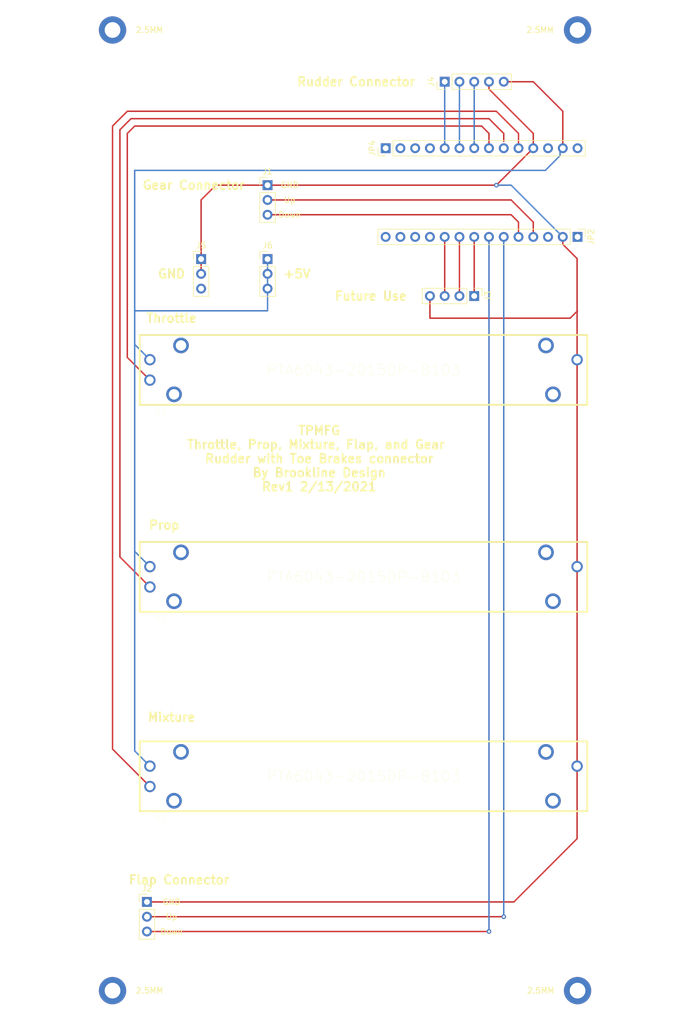
<source format=kicad_pcb>
(kicad_pcb (version 20171130) (host pcbnew "(5.1.9)-1")

  (general
    (thickness 1.6)
    (drawings 19)
    (tracks 81)
    (zones 0)
    (modules 15)
    (nets 28)
  )

  (page USLetter)
  (title_block
    (title TPMFP)
    (date 2021-02-13)
    (rev 1.0)
    (company "Brookline Design")
  )

  (layers
    (0 F.Cu signal)
    (31 B.Cu signal)
    (32 B.Adhes user)
    (33 F.Adhes user)
    (34 B.Paste user)
    (35 F.Paste user)
    (36 B.SilkS user)
    (37 F.SilkS user)
    (38 B.Mask user)
    (39 F.Mask user)
    (40 Dwgs.User user)
    (41 Cmts.User user)
    (42 Eco1.User user)
    (43 Eco2.User user)
    (44 Edge.Cuts user)
    (45 Margin user)
    (46 B.CrtYd user)
    (47 F.CrtYd user)
    (48 B.Fab user)
    (49 F.Fab user)
  )

  (setup
    (last_trace_width 0.25)
    (trace_clearance 0.2)
    (zone_clearance 0.508)
    (zone_45_only no)
    (trace_min 0.2)
    (via_size 0.8)
    (via_drill 0.4)
    (via_min_size 0.4)
    (via_min_drill 0.3)
    (uvia_size 0.3)
    (uvia_drill 0.1)
    (uvias_allowed no)
    (uvia_min_size 0.2)
    (uvia_min_drill 0.1)
    (edge_width 0.05)
    (segment_width 0.2)
    (pcb_text_width 0.3)
    (pcb_text_size 1.5 1.5)
    (mod_edge_width 0.12)
    (mod_text_size 1 1)
    (mod_text_width 0.15)
    (pad_size 1.524 1.524)
    (pad_drill 0.762)
    (pad_to_mask_clearance 0)
    (aux_axis_origin 0 0)
    (visible_elements 7FFFF7FF)
    (pcbplotparams
      (layerselection 0x010fc_ffffffff)
      (usegerberextensions false)
      (usegerberattributes true)
      (usegerberadvancedattributes true)
      (creategerberjobfile true)
      (excludeedgelayer true)
      (linewidth 0.100000)
      (plotframeref false)
      (viasonmask false)
      (mode 1)
      (useauxorigin false)
      (hpglpennumber 1)
      (hpglpenspeed 20)
      (hpglpendiameter 15.000000)
      (psnegative false)
      (psa4output false)
      (plotreference true)
      (plotvalue true)
      (plotinvisibletext false)
      (padsonsilk false)
      (subtractmaskfromsilk false)
      (outputformat 1)
      (mirror false)
      (drillshape 1)
      (scaleselection 1)
      (outputdirectory ""))
  )

  (net 0 "")
  (net 1 /D0)
  (net 2 /D1)
  (net 3 /SDA)
  (net 4 /SCL)
  (net 5 /D5)
  (net 6 /D7)
  (net 7 /D9)
  (net 8 /D10)
  (net 9 /D11)
  (net 10 /D12)
  (net 11 /D13)
  (net 12 VBUS)
  (net 13 GND)
  (net 14 VBAT)
  (net 15 /RST)
  (net 16 +5V)
  (net 17 /AREF)
  (net 18 A0)
  (net 19 A1)
  (net 20 A2)
  (net 21 /A3)
  (net 22 /A4)
  (net 23 /A5)
  (net 24 /SCK)
  (net 25 /MOSI)
  (net 26 /MISO)
  (net 27 3.3V)

  (net_class Default "This is the default net class."
    (clearance 0.2)
    (trace_width 0.25)
    (via_dia 0.8)
    (via_drill 0.4)
    (uvia_dia 0.3)
    (uvia_drill 0.1)
    (add_net +5V)
    (add_net /A3)
    (add_net /A4)
    (add_net /A5)
    (add_net /AREF)
    (add_net /D0)
    (add_net /D1)
    (add_net /D10)
    (add_net /D11)
    (add_net /D12)
    (add_net /D13)
    (add_net /D5)
    (add_net /D7)
    (add_net /D9)
    (add_net /MISO)
    (add_net /MOSI)
    (add_net /RST)
    (add_net /SCK)
    (add_net /SCL)
    (add_net /SDA)
    (add_net 3.3V)
    (add_net A0)
    (add_net A1)
    (add_net A2)
    (add_net GND)
    (add_net VBAT)
    (add_net VBUS)
  )

  (module Connector_PinHeader_2.54mm:PinHeader_1x03_P2.54mm_Vertical (layer F.Cu) (tedit 59FED5CC) (tstamp 6028F002)
    (at 72.39 62.23)
    (descr "Through hole straight pin header, 1x03, 2.54mm pitch, single row")
    (tags "Through hole pin header THT 1x03 2.54mm single row")
    (path /602CDC31)
    (fp_text reference J6 (at 0 -2.33) (layer F.SilkS)
      (effects (font (size 1 1) (thickness 0.15)))
    )
    (fp_text value 640456-3 (at 0 7.41) (layer F.Fab)
      (effects (font (size 1 1) (thickness 0.15)))
    )
    (fp_text user %R (at 0 2.54 90) (layer F.Fab)
      (effects (font (size 1 1) (thickness 0.15)))
    )
    (fp_line (start -0.635 -1.27) (end 1.27 -1.27) (layer F.Fab) (width 0.1))
    (fp_line (start 1.27 -1.27) (end 1.27 6.35) (layer F.Fab) (width 0.1))
    (fp_line (start 1.27 6.35) (end -1.27 6.35) (layer F.Fab) (width 0.1))
    (fp_line (start -1.27 6.35) (end -1.27 -0.635) (layer F.Fab) (width 0.1))
    (fp_line (start -1.27 -0.635) (end -0.635 -1.27) (layer F.Fab) (width 0.1))
    (fp_line (start -1.33 6.41) (end 1.33 6.41) (layer F.SilkS) (width 0.12))
    (fp_line (start -1.33 1.27) (end -1.33 6.41) (layer F.SilkS) (width 0.12))
    (fp_line (start 1.33 1.27) (end 1.33 6.41) (layer F.SilkS) (width 0.12))
    (fp_line (start -1.33 1.27) (end 1.33 1.27) (layer F.SilkS) (width 0.12))
    (fp_line (start -1.33 0) (end -1.33 -1.33) (layer F.SilkS) (width 0.12))
    (fp_line (start -1.33 -1.33) (end 0 -1.33) (layer F.SilkS) (width 0.12))
    (fp_line (start -1.8 -1.8) (end -1.8 6.85) (layer F.CrtYd) (width 0.05))
    (fp_line (start -1.8 6.85) (end 1.8 6.85) (layer F.CrtYd) (width 0.05))
    (fp_line (start 1.8 6.85) (end 1.8 -1.8) (layer F.CrtYd) (width 0.05))
    (fp_line (start 1.8 -1.8) (end -1.8 -1.8) (layer F.CrtYd) (width 0.05))
    (pad 3 thru_hole oval (at 0 5.08) (size 1.7 1.7) (drill 1) (layers *.Cu *.Mask)
      (net 16 +5V))
    (pad 2 thru_hole oval (at 0 2.54) (size 1.7 1.7) (drill 1) (layers *.Cu *.Mask)
      (net 16 +5V))
    (pad 1 thru_hole rect (at 0 0) (size 1.7 1.7) (drill 1) (layers *.Cu *.Mask)
      (net 16 +5V))
    (model ${KISYS3DMOD}/Connector_PinHeader_2.54mm.3dshapes/PinHeader_1x03_P2.54mm_Vertical.wrl
      (at (xyz 0 0 0))
      (scale (xyz 1 1 1))
      (rotate (xyz 0 0 0))
    )
  )

  (module Connector_PinHeader_2.54mm:PinHeader_1x03_P2.54mm_Vertical (layer F.Cu) (tedit 59FED5CC) (tstamp 6028EFEB)
    (at 60.96 62.23)
    (descr "Through hole straight pin header, 1x03, 2.54mm pitch, single row")
    (tags "Through hole pin header THT 1x03 2.54mm single row")
    (path /602D03F2)
    (fp_text reference J5 (at 0 -2.33) (layer F.SilkS)
      (effects (font (size 1 1) (thickness 0.15)))
    )
    (fp_text value 640456-3 (at 0 7.41) (layer F.Fab)
      (effects (font (size 1 1) (thickness 0.15)))
    )
    (fp_text user %R (at 0 2.54 90) (layer F.Fab)
      (effects (font (size 1 1) (thickness 0.15)))
    )
    (fp_line (start -0.635 -1.27) (end 1.27 -1.27) (layer F.Fab) (width 0.1))
    (fp_line (start 1.27 -1.27) (end 1.27 6.35) (layer F.Fab) (width 0.1))
    (fp_line (start 1.27 6.35) (end -1.27 6.35) (layer F.Fab) (width 0.1))
    (fp_line (start -1.27 6.35) (end -1.27 -0.635) (layer F.Fab) (width 0.1))
    (fp_line (start -1.27 -0.635) (end -0.635 -1.27) (layer F.Fab) (width 0.1))
    (fp_line (start -1.33 6.41) (end 1.33 6.41) (layer F.SilkS) (width 0.12))
    (fp_line (start -1.33 1.27) (end -1.33 6.41) (layer F.SilkS) (width 0.12))
    (fp_line (start 1.33 1.27) (end 1.33 6.41) (layer F.SilkS) (width 0.12))
    (fp_line (start -1.33 1.27) (end 1.33 1.27) (layer F.SilkS) (width 0.12))
    (fp_line (start -1.33 0) (end -1.33 -1.33) (layer F.SilkS) (width 0.12))
    (fp_line (start -1.33 -1.33) (end 0 -1.33) (layer F.SilkS) (width 0.12))
    (fp_line (start -1.8 -1.8) (end -1.8 6.85) (layer F.CrtYd) (width 0.05))
    (fp_line (start -1.8 6.85) (end 1.8 6.85) (layer F.CrtYd) (width 0.05))
    (fp_line (start 1.8 6.85) (end 1.8 -1.8) (layer F.CrtYd) (width 0.05))
    (fp_line (start 1.8 -1.8) (end -1.8 -1.8) (layer F.CrtYd) (width 0.05))
    (pad 3 thru_hole oval (at 0 5.08) (size 1.7 1.7) (drill 1) (layers *.Cu *.Mask)
      (net 13 GND))
    (pad 2 thru_hole oval (at 0 2.54) (size 1.7 1.7) (drill 1) (layers *.Cu *.Mask)
      (net 13 GND))
    (pad 1 thru_hole rect (at 0 0) (size 1.7 1.7) (drill 1) (layers *.Cu *.Mask)
      (net 13 GND))
    (model ${KISYS3DMOD}/Connector_PinHeader_2.54mm.3dshapes/PinHeader_1x03_P2.54mm_Vertical.wrl
      (at (xyz 0 0 0))
      (scale (xyz 1 1 1))
      (rotate (xyz 0 0 0))
    )
  )

  (module Connector_PinHeader_2.54mm:PinHeader_1x05_P2.54mm_Vertical (layer F.Cu) (tedit 59FED5CC) (tstamp 60285A3D)
    (at 102.87 31.75 90)
    (descr "Through hole straight pin header, 1x05, 2.54mm pitch, single row")
    (tags "Through hole pin header THT 1x05 2.54mm single row")
    (path /6028AC78)
    (fp_text reference J4 (at 0 -2.33 90) (layer F.SilkS)
      (effects (font (size 1 1) (thickness 0.15)))
    )
    (fp_text value B5B-XH-A_LF__SN_ (at 0 12.49 90) (layer F.Fab)
      (effects (font (size 1 1) (thickness 0.15)))
    )
    (fp_text user %R (at 0 5.08) (layer F.Fab)
      (effects (font (size 1 1) (thickness 0.15)))
    )
    (fp_line (start -0.635 -1.27) (end 1.27 -1.27) (layer F.Fab) (width 0.1))
    (fp_line (start 1.27 -1.27) (end 1.27 11.43) (layer F.Fab) (width 0.1))
    (fp_line (start 1.27 11.43) (end -1.27 11.43) (layer F.Fab) (width 0.1))
    (fp_line (start -1.27 11.43) (end -1.27 -0.635) (layer F.Fab) (width 0.1))
    (fp_line (start -1.27 -0.635) (end -0.635 -1.27) (layer F.Fab) (width 0.1))
    (fp_line (start -1.33 11.49) (end 1.33 11.49) (layer F.SilkS) (width 0.12))
    (fp_line (start -1.33 1.27) (end -1.33 11.49) (layer F.SilkS) (width 0.12))
    (fp_line (start 1.33 1.27) (end 1.33 11.49) (layer F.SilkS) (width 0.12))
    (fp_line (start -1.33 1.27) (end 1.33 1.27) (layer F.SilkS) (width 0.12))
    (fp_line (start -1.33 0) (end -1.33 -1.33) (layer F.SilkS) (width 0.12))
    (fp_line (start -1.33 -1.33) (end 0 -1.33) (layer F.SilkS) (width 0.12))
    (fp_line (start -1.8 -1.8) (end -1.8 11.95) (layer F.CrtYd) (width 0.05))
    (fp_line (start -1.8 11.95) (end 1.8 11.95) (layer F.CrtYd) (width 0.05))
    (fp_line (start 1.8 11.95) (end 1.8 -1.8) (layer F.CrtYd) (width 0.05))
    (fp_line (start 1.8 -1.8) (end -1.8 -1.8) (layer F.CrtYd) (width 0.05))
    (pad 5 thru_hole oval (at 0 10.16 90) (size 1.7 1.7) (drill 1) (layers *.Cu *.Mask)
      (net 16 +5V))
    (pad 4 thru_hole oval (at 0 7.62 90) (size 1.7 1.7) (drill 1) (layers *.Cu *.Mask)
      (net 13 GND))
    (pad 3 thru_hole oval (at 0 5.08 90) (size 1.7 1.7) (drill 1) (layers *.Cu *.Mask)
      (net 21 /A3))
    (pad 2 thru_hole oval (at 0 2.54 90) (size 1.7 1.7) (drill 1) (layers *.Cu *.Mask)
      (net 22 /A4))
    (pad 1 thru_hole rect (at 0 0 90) (size 1.7 1.7) (drill 1) (layers *.Cu *.Mask)
      (net 23 /A5))
    (model ${KISYS3DMOD}/Connector_PinHeader_2.54mm.3dshapes/PinHeader_1x05_P2.54mm_Vertical.wrl
      (at (xyz 0 0 0))
      (scale (xyz 1 1 1))
      (rotate (xyz 0 0 0))
    )
  )

  (module MountingHole:MountingHole_2.7mm_M2.5_DIN965_Pad_TopBottom (layer F.Cu) (tedit 56D1B4CB) (tstamp 60283A6D)
    (at 45.72 187.96)
    (descr "Mounting Hole 2.7mm, M2.5, DIN965")
    (tags "mounting hole 2.7mm m2.5 din965")
    (attr virtual)
    (fp_text reference 2.5MM (at 6.35 0) (layer F.SilkS)
      (effects (font (size 1 1) (thickness 0.15)))
    )
    (fp_text value MountingHole_2.7mm_M2.5_DIN965_Pad_TopBottom (at 0 3.35) (layer F.Fab)
      (effects (font (size 1 1) (thickness 0.15)))
    )
    (fp_circle (center 0 0) (end 2.6 0) (layer F.CrtYd) (width 0.05))
    (fp_circle (center 0 0) (end 2.35 0) (layer Cmts.User) (width 0.15))
    (fp_text user %R (at 0.3 0) (layer F.Fab)
      (effects (font (size 1 1) (thickness 0.15)))
    )
    (pad 1 connect circle (at 0 0) (size 4.7 4.7) (layers B.Cu B.Mask))
    (pad 1 connect circle (at 0 0) (size 4.7 4.7) (layers F.Cu F.Mask))
    (pad 1 thru_hole circle (at 0 0) (size 3.1 3.1) (drill 2.7) (layers *.Cu *.Mask))
  )

  (module MountingHole:MountingHole_2.7mm_M2.5_DIN965_Pad_TopBottom (layer F.Cu) (tedit 56D1B4CB) (tstamp 60283A3F)
    (at 125.73 187.96)
    (descr "Mounting Hole 2.7mm, M2.5, DIN965")
    (tags "mounting hole 2.7mm m2.5 din965")
    (attr virtual)
    (fp_text reference 2.5MM (at -6.35 0) (layer F.SilkS)
      (effects (font (size 1 1) (thickness 0.15)))
    )
    (fp_text value MountingHole_2.7mm_M2.5_DIN965_Pad_TopBottom (at 0 3.35) (layer F.Fab)
      (effects (font (size 1 1) (thickness 0.15)))
    )
    (fp_circle (center 0 0) (end 2.6 0) (layer F.CrtYd) (width 0.05))
    (fp_circle (center 0 0) (end 2.35 0) (layer Cmts.User) (width 0.15))
    (fp_text user %R (at 0.3 0) (layer F.Fab)
      (effects (font (size 1 1) (thickness 0.15)))
    )
    (pad 1 connect circle (at 0 0) (size 4.7 4.7) (layers B.Cu B.Mask))
    (pad 1 connect circle (at 0 0) (size 4.7 4.7) (layers F.Cu F.Mask))
    (pad 1 thru_hole circle (at 0 0) (size 3.1 3.1) (drill 2.7) (layers *.Cu *.Mask))
  )

  (module MountingHole:MountingHole_2.7mm_M2.5_DIN965_Pad_TopBottom (layer F.Cu) (tedit 56D1B4CB) (tstamp 60283A11)
    (at 125.73 22.86)
    (descr "Mounting Hole 2.7mm, M2.5, DIN965")
    (tags "mounting hole 2.7mm m2.5 din965")
    (attr virtual)
    (fp_text reference "2.5MM " (at -8.89 0) (layer F.SilkS)
      (effects (font (size 1 1) (thickness 0.15)) (justify left))
    )
    (fp_text value MountingHole_2.7mm_M2.5_DIN965_Pad_TopBottom (at 0 3.35) (layer F.Fab)
      (effects (font (size 1 1) (thickness 0.15)))
    )
    (fp_circle (center 0 0) (end 2.6 0) (layer F.CrtYd) (width 0.05))
    (fp_circle (center 0 0) (end 2.35 0) (layer Cmts.User) (width 0.15))
    (fp_text user %R (at 0.3 0) (layer F.Fab)
      (effects (font (size 1 1) (thickness 0.15)))
    )
    (pad 1 connect circle (at 0 0) (size 4.7 4.7) (layers B.Cu B.Mask))
    (pad 1 connect circle (at 0 0) (size 4.7 4.7) (layers F.Cu F.Mask))
    (pad 1 thru_hole circle (at 0 0) (size 3.1 3.1) (drill 2.7) (layers *.Cu *.Mask))
  )

  (module MountingHole:MountingHole_2.7mm_M2.5_DIN965_Pad_TopBottom (layer F.Cu) (tedit 56D1B4CB) (tstamp 602839E3)
    (at 45.72 22.86)
    (descr "Mounting Hole 2.7mm, M2.5, DIN965")
    (tags "mounting hole 2.7mm m2.5 din965")
    (attr virtual)
    (fp_text reference 2.5MM (at 6.35 0) (layer F.SilkS)
      (effects (font (size 1 1) (thickness 0.15)))
    )
    (fp_text value MountingHole_2.7mm_M2.5_DIN965_Pad_TopBottom (at 0 3.35) (layer F.Fab)
      (effects (font (size 1 1) (thickness 0.15)))
    )
    (fp_circle (center 0 0) (end 2.6 0) (layer F.CrtYd) (width 0.05))
    (fp_circle (center 0 0) (end 2.35 0) (layer Cmts.User) (width 0.15))
    (fp_text user %R (at 0.3 0) (layer F.Fab)
      (effects (font (size 1 1) (thickness 0.15)))
    )
    (pad 1 connect circle (at 0 0) (size 4.7 4.7) (layers B.Cu B.Mask))
    (pad 1 connect circle (at 0 0) (size 4.7 4.7) (layers F.Cu F.Mask))
    (pad 1 thru_hole circle (at 0 0) (size 3.1 3.1) (drill 2.7) (layers *.Cu *.Mask))
  )

  (module Connector_PinHeader_2.54mm:PinHeader_1x04_P2.54mm_Vertical (layer F.Cu) (tedit 59FED5CC) (tstamp 60288348)
    (at 107.95 68.58 270)
    (descr "Through hole straight pin header, 1x04, 2.54mm pitch, single row")
    (tags "Through hole pin header THT 1x04 2.54mm single row")
    (path /602AEF42)
    (fp_text reference J3 (at 0 -2.33 90) (layer F.SilkS)
      (effects (font (size 1 1) (thickness 0.15)))
    )
    (fp_text value 0022232041 (at 0 9.95 90) (layer F.Fab)
      (effects (font (size 1 1) (thickness 0.15)))
    )
    (fp_line (start -0.635 -1.27) (end 1.27 -1.27) (layer F.Fab) (width 0.1))
    (fp_line (start 1.27 -1.27) (end 1.27 8.89) (layer F.Fab) (width 0.1))
    (fp_line (start 1.27 8.89) (end -1.27 8.89) (layer F.Fab) (width 0.1))
    (fp_line (start -1.27 8.89) (end -1.27 -0.635) (layer F.Fab) (width 0.1))
    (fp_line (start -1.27 -0.635) (end -0.635 -1.27) (layer F.Fab) (width 0.1))
    (fp_line (start -1.33 8.95) (end 1.33 8.95) (layer F.SilkS) (width 0.12))
    (fp_line (start -1.33 1.27) (end -1.33 8.95) (layer F.SilkS) (width 0.12))
    (fp_line (start 1.33 1.27) (end 1.33 8.95) (layer F.SilkS) (width 0.12))
    (fp_line (start -1.33 1.27) (end 1.33 1.27) (layer F.SilkS) (width 0.12))
    (fp_line (start -1.33 0) (end -1.33 -1.33) (layer F.SilkS) (width 0.12))
    (fp_line (start -1.33 -1.33) (end 0 -1.33) (layer F.SilkS) (width 0.12))
    (fp_line (start -1.8 -1.8) (end -1.8 9.4) (layer F.CrtYd) (width 0.05))
    (fp_line (start -1.8 9.4) (end 1.8 9.4) (layer F.CrtYd) (width 0.05))
    (fp_line (start 1.8 9.4) (end 1.8 -1.8) (layer F.CrtYd) (width 0.05))
    (fp_line (start 1.8 -1.8) (end -1.8 -1.8) (layer F.CrtYd) (width 0.05))
    (fp_text user %R (at 0 3.81) (layer F.Fab)
      (effects (font (size 1 1) (thickness 0.15)))
    )
    (pad 4 thru_hole oval (at 0 7.62 270) (size 1.7 1.7) (drill 1) (layers *.Cu *.Mask)
      (net 13 GND))
    (pad 3 thru_hole oval (at 0 5.08 270) (size 1.7 1.7) (drill 1) (layers *.Cu *.Mask)
      (net 5 /D5))
    (pad 2 thru_hole oval (at 0 2.54 270) (size 1.7 1.7) (drill 1) (layers *.Cu *.Mask)
      (net 6 /D7))
    (pad 1 thru_hole rect (at 0 0 270) (size 1.7 1.7) (drill 1) (layers *.Cu *.Mask)
      (net 7 /D9))
    (model ${KISYS3DMOD}/Connector_PinHeader_2.54mm.3dshapes/PinHeader_1x04_P2.54mm_Vertical.wrl
      (at (xyz 0 0 0))
      (scale (xyz 1 1 1))
      (rotate (xyz 0 0 0))
    )
  )

  (module Connector_PinHeader_2.54mm:PinHeader_1x03_P2.54mm_Vertical (layer F.Cu) (tedit 59FED5CC) (tstamp 60285BF2)
    (at 51.64 172.72)
    (descr "Through hole straight pin header, 1x03, 2.54mm pitch, single row")
    (tags "Through hole pin header THT 1x03 2.54mm single row")
    (path /60293F7F)
    (fp_text reference J2 (at 0 -2.33) (layer F.SilkS)
      (effects (font (size 1 1) (thickness 0.15)))
    )
    (fp_text value 61300311121 (at 0 7.41) (layer F.Fab)
      (effects (font (size 1 1) (thickness 0.15)))
    )
    (fp_line (start -0.635 -1.27) (end 1.27 -1.27) (layer F.Fab) (width 0.1))
    (fp_line (start 1.27 -1.27) (end 1.27 6.35) (layer F.Fab) (width 0.1))
    (fp_line (start 1.27 6.35) (end -1.27 6.35) (layer F.Fab) (width 0.1))
    (fp_line (start -1.27 6.35) (end -1.27 -0.635) (layer F.Fab) (width 0.1))
    (fp_line (start -1.27 -0.635) (end -0.635 -1.27) (layer F.Fab) (width 0.1))
    (fp_line (start -1.33 6.41) (end 1.33 6.41) (layer F.SilkS) (width 0.12))
    (fp_line (start -1.33 1.27) (end -1.33 6.41) (layer F.SilkS) (width 0.12))
    (fp_line (start 1.33 1.27) (end 1.33 6.41) (layer F.SilkS) (width 0.12))
    (fp_line (start -1.33 1.27) (end 1.33 1.27) (layer F.SilkS) (width 0.12))
    (fp_line (start -1.33 0) (end -1.33 -1.33) (layer F.SilkS) (width 0.12))
    (fp_line (start -1.33 -1.33) (end 0 -1.33) (layer F.SilkS) (width 0.12))
    (fp_line (start -1.8 -1.8) (end -1.8 6.85) (layer F.CrtYd) (width 0.05))
    (fp_line (start -1.8 6.85) (end 1.8 6.85) (layer F.CrtYd) (width 0.05))
    (fp_line (start 1.8 6.85) (end 1.8 -1.8) (layer F.CrtYd) (width 0.05))
    (fp_line (start 1.8 -1.8) (end -1.8 -1.8) (layer F.CrtYd) (width 0.05))
    (fp_text user %R (at 0 2.54 90) (layer F.Fab)
      (effects (font (size 1 1) (thickness 0.15)))
    )
    (pad 3 thru_hole oval (at 0 5.08) (size 1.7 1.7) (drill 1) (layers *.Cu *.Mask)
      (net 8 /D10))
    (pad 2 thru_hole oval (at 0 2.54) (size 1.7 1.7) (drill 1) (layers *.Cu *.Mask)
      (net 9 /D11))
    (pad 1 thru_hole rect (at 0 0) (size 1.7 1.7) (drill 1) (layers *.Cu *.Mask)
      (net 13 GND))
    (model ${KISYS3DMOD}/Connector_PinHeader_2.54mm.3dshapes/PinHeader_1x03_P2.54mm_Vertical.wrl
      (at (xyz 0 0 0))
      (scale (xyz 1 1 1))
      (rotate (xyz 0 0 0))
    )
  )

  (module Connector_PinHeader_2.54mm:PinHeader_1x03_P2.54mm_Vertical (layer F.Cu) (tedit 59FED5CC) (tstamp 60285BDB)
    (at 72.39 49.53)
    (descr "Through hole straight pin header, 1x03, 2.54mm pitch, single row")
    (tags "Through hole pin header THT 1x03 2.54mm single row")
    (path /60292F42)
    (fp_text reference J1 (at 0 -2.33) (layer F.SilkS)
      (effects (font (size 1 1) (thickness 0.15)))
    )
    (fp_text value 61300311121 (at 0 7.41) (layer F.Fab)
      (effects (font (size 1 1) (thickness 0.15)))
    )
    (fp_line (start -0.635 -1.27) (end 1.27 -1.27) (layer F.Fab) (width 0.1))
    (fp_line (start 1.27 -1.27) (end 1.27 6.35) (layer F.Fab) (width 0.1))
    (fp_line (start 1.27 6.35) (end -1.27 6.35) (layer F.Fab) (width 0.1))
    (fp_line (start -1.27 6.35) (end -1.27 -0.635) (layer F.Fab) (width 0.1))
    (fp_line (start -1.27 -0.635) (end -0.635 -1.27) (layer F.Fab) (width 0.1))
    (fp_line (start -1.33 6.41) (end 1.33 6.41) (layer F.SilkS) (width 0.12))
    (fp_line (start -1.33 1.27) (end -1.33 6.41) (layer F.SilkS) (width 0.12))
    (fp_line (start 1.33 1.27) (end 1.33 6.41) (layer F.SilkS) (width 0.12))
    (fp_line (start -1.33 1.27) (end 1.33 1.27) (layer F.SilkS) (width 0.12))
    (fp_line (start -1.33 0) (end -1.33 -1.33) (layer F.SilkS) (width 0.12))
    (fp_line (start -1.33 -1.33) (end 0 -1.33) (layer F.SilkS) (width 0.12))
    (fp_line (start -1.8 -1.8) (end -1.8 6.85) (layer F.CrtYd) (width 0.05))
    (fp_line (start -1.8 6.85) (end 1.8 6.85) (layer F.CrtYd) (width 0.05))
    (fp_line (start 1.8 6.85) (end 1.8 -1.8) (layer F.CrtYd) (width 0.05))
    (fp_line (start 1.8 -1.8) (end -1.8 -1.8) (layer F.CrtYd) (width 0.05))
    (fp_text user %R (at 0 2.54 90) (layer F.Fab)
      (effects (font (size 1 1) (thickness 0.15)))
    )
    (pad 3 thru_hole oval (at 0 5.08) (size 1.7 1.7) (drill 1) (layers *.Cu *.Mask)
      (net 10 /D12))
    (pad 2 thru_hole oval (at 0 2.54) (size 1.7 1.7) (drill 1) (layers *.Cu *.Mask)
      (net 11 /D13))
    (pad 1 thru_hole rect (at 0 0) (size 1.7 1.7) (drill 1) (layers *.Cu *.Mask)
      (net 13 GND))
    (model ${KISYS3DMOD}/Connector_PinHeader_2.54mm.3dshapes/PinHeader_1x03_P2.54mm_Vertical.wrl
      (at (xyz 0 0 0))
      (scale (xyz 1 1 1))
      (rotate (xyz 0 0 0))
    )
  )

  (module ElectronicsSymbols:PTA6043-2015DP-B103 (layer F.Cu) (tedit 6026FD89) (tstamp 60285551)
    (at 88.9 151.13)
    (path /60285264)
    (fp_text reference R3 (at -34.925 7.231) (layer F.SilkS)
      (effects (font (size 1 1) (thickness 0.015)))
    )
    (fp_text value PTA6043-2015DP-B103 (at 0 0) (layer F.SilkS)
      (effects (font (size 1.8 1.8) (thickness 0.03)))
    )
    (fp_line (start -38.5 -6) (end -38.5 6) (layer F.SilkS) (width 0.3048))
    (fp_line (start -38.5 6) (end 38.5 6) (layer F.SilkS) (width 0.3048))
    (fp_line (start 38.5 -6) (end 38.5 6) (layer F.SilkS) (width 0.3048))
    (fp_line (start -38.5 -6) (end 38.5 -6) (layer F.SilkS) (width 0.3048))
    (pad S4 thru_hole circle (at 32.6 4.2) (size 2.7 2.7) (drill 1.8) (layers *.Cu *.Mask))
    (pad S2 thru_hole circle (at -32.6 4.2) (size 2.7 2.7) (drill 1.8) (layers *.Cu *.Mask))
    (pad S3 thru_hole circle (at 31.4 -4.2) (size 2.7 2.7) (drill 1.8) (layers *.Cu *.Mask))
    (pad S1 thru_hole circle (at -31.4 -4.2) (size 2.7 2.7) (drill 1.8) (layers *.Cu *.Mask))
    (pad 3 thru_hole circle (at 36.75 -1.75) (size 1.95 1.95) (drill 1.3) (layers *.Cu *.Mask)
      (net 13 GND))
    (pad 2 thru_hole circle (at -36.75 1.75) (size 1.95 1.95) (drill 1.3) (layers *.Cu *.Mask)
      (net 18 A0))
    (pad 1 thru_hole circle (at -36.75 -1.75) (size 1.95 1.95) (drill 1.3) (layers *.Cu *.Mask)
      (net 16 +5V))
  )

  (module ElectronicsSymbols:PTA6043-2015DP-B103 (layer F.Cu) (tedit 6026FD89) (tstamp 60285542)
    (at 88.9 116.84)
    (path /60283AF4)
    (fp_text reference R2 (at -34.925 7.231) (layer F.SilkS)
      (effects (font (size 1 1) (thickness 0.015)))
    )
    (fp_text value PTA6043-2015DP-B103 (at 0 0) (layer F.SilkS)
      (effects (font (size 1.8 1.8) (thickness 0.03)))
    )
    (fp_line (start -38.5 -6) (end -38.5 6) (layer F.SilkS) (width 0.3048))
    (fp_line (start -38.5 6) (end 38.5 6) (layer F.SilkS) (width 0.3048))
    (fp_line (start 38.5 -6) (end 38.5 6) (layer F.SilkS) (width 0.3048))
    (fp_line (start -38.5 -6) (end 38.5 -6) (layer F.SilkS) (width 0.3048))
    (pad S4 thru_hole circle (at 32.6 4.2) (size 2.7 2.7) (drill 1.8) (layers *.Cu *.Mask))
    (pad S2 thru_hole circle (at -32.6 4.2) (size 2.7 2.7) (drill 1.8) (layers *.Cu *.Mask))
    (pad S3 thru_hole circle (at 31.4 -4.2) (size 2.7 2.7) (drill 1.8) (layers *.Cu *.Mask))
    (pad S1 thru_hole circle (at -31.4 -4.2) (size 2.7 2.7) (drill 1.8) (layers *.Cu *.Mask))
    (pad 3 thru_hole circle (at 36.75 -1.75) (size 1.95 1.95) (drill 1.3) (layers *.Cu *.Mask)
      (net 13 GND))
    (pad 2 thru_hole circle (at -36.75 1.75) (size 1.95 1.95) (drill 1.3) (layers *.Cu *.Mask)
      (net 19 A1))
    (pad 1 thru_hole circle (at -36.75 -1.75) (size 1.95 1.95) (drill 1.3) (layers *.Cu *.Mask)
      (net 16 +5V))
  )

  (module ElectronicsSymbols:PTA6043-2015DP-B103 (layer F.Cu) (tedit 6026FD89) (tstamp 60285533)
    (at 88.9 81.28)
    (path /60282BAD)
    (fp_text reference R1 (at -34.925 7.231) (layer F.SilkS)
      (effects (font (size 1 1) (thickness 0.015)))
    )
    (fp_text value PTA6043-2015DP-B103 (at 0 0) (layer F.SilkS)
      (effects (font (size 1.8 1.8) (thickness 0.03)))
    )
    (fp_line (start -38.5 -6) (end -38.5 6) (layer F.SilkS) (width 0.3048))
    (fp_line (start -38.5 6) (end 38.5 6) (layer F.SilkS) (width 0.3048))
    (fp_line (start 38.5 -6) (end 38.5 6) (layer F.SilkS) (width 0.3048))
    (fp_line (start -38.5 -6) (end 38.5 -6) (layer F.SilkS) (width 0.3048))
    (pad S4 thru_hole circle (at 32.6 4.2) (size 2.7 2.7) (drill 1.8) (layers *.Cu *.Mask))
    (pad S2 thru_hole circle (at -32.6 4.2) (size 2.7 2.7) (drill 1.8) (layers *.Cu *.Mask))
    (pad S3 thru_hole circle (at 31.4 -4.2) (size 2.7 2.7) (drill 1.8) (layers *.Cu *.Mask))
    (pad S1 thru_hole circle (at -31.4 -4.2) (size 2.7 2.7) (drill 1.8) (layers *.Cu *.Mask))
    (pad 3 thru_hole circle (at 36.75 -1.75) (size 1.95 1.95) (drill 1.3) (layers *.Cu *.Mask)
      (net 13 GND))
    (pad 2 thru_hole circle (at -36.75 1.75) (size 1.95 1.95) (drill 1.3) (layers *.Cu *.Mask)
      (net 20 A2))
    (pad 1 thru_hole circle (at -36.75 -1.75) (size 1.95 1.95) (drill 1.3) (layers *.Cu *.Mask)
      (net 16 +5V))
  )

  (module Connector_PinHeader_2.54mm:PinHeader_1x14_P2.54mm_Vertical (layer F.Cu) (tedit 59FED5CC) (tstamp 60285524)
    (at 92.71 43.18 90)
    (descr "Through hole straight pin header, 1x14, 2.54mm pitch, single row")
    (tags "Through hole pin header THT 1x14 2.54mm single row")
    (path /193933AB)
    (fp_text reference JP4 (at 0 -2.33 90) (layer F.SilkS)
      (effects (font (size 1 1) (thickness 0.15)))
    )
    (fp_text value HEADER-1X14 (at 0 35.35 90) (layer F.Fab)
      (effects (font (size 1 1) (thickness 0.15)))
    )
    (fp_line (start -0.635 -1.27) (end 1.27 -1.27) (layer F.Fab) (width 0.1))
    (fp_line (start 1.27 -1.27) (end 1.27 34.29) (layer F.Fab) (width 0.1))
    (fp_line (start 1.27 34.29) (end -1.27 34.29) (layer F.Fab) (width 0.1))
    (fp_line (start -1.27 34.29) (end -1.27 -0.635) (layer F.Fab) (width 0.1))
    (fp_line (start -1.27 -0.635) (end -0.635 -1.27) (layer F.Fab) (width 0.1))
    (fp_line (start -1.33 34.35) (end 1.33 34.35) (layer F.SilkS) (width 0.12))
    (fp_line (start -1.33 1.27) (end -1.33 34.35) (layer F.SilkS) (width 0.12))
    (fp_line (start 1.33 1.27) (end 1.33 34.35) (layer F.SilkS) (width 0.12))
    (fp_line (start -1.33 1.27) (end 1.33 1.27) (layer F.SilkS) (width 0.12))
    (fp_line (start -1.33 0) (end -1.33 -1.33) (layer F.SilkS) (width 0.12))
    (fp_line (start -1.33 -1.33) (end 0 -1.33) (layer F.SilkS) (width 0.12))
    (fp_line (start -1.8 -1.8) (end -1.8 34.8) (layer F.CrtYd) (width 0.05))
    (fp_line (start -1.8 34.8) (end 1.8 34.8) (layer F.CrtYd) (width 0.05))
    (fp_line (start 1.8 34.8) (end 1.8 -1.8) (layer F.CrtYd) (width 0.05))
    (fp_line (start 1.8 -1.8) (end -1.8 -1.8) (layer F.CrtYd) (width 0.05))
    (fp_text user %R (at 0 16.51) (layer F.Fab)
      (effects (font (size 1 1) (thickness 0.15)))
    )
    (pad 14 thru_hole oval (at 0 33.02 90) (size 1.7 1.7) (drill 1) (layers *.Cu *.Mask)
      (net 15 /RST))
    (pad 13 thru_hole oval (at 0 30.48 90) (size 1.7 1.7) (drill 1) (layers *.Cu *.Mask)
      (net 16 +5V))
    (pad 12 thru_hole oval (at 0 27.94 90) (size 1.7 1.7) (drill 1) (layers *.Cu *.Mask)
      (net 17 /AREF))
    (pad 11 thru_hole oval (at 0 25.4 90) (size 1.7 1.7) (drill 1) (layers *.Cu *.Mask)
      (net 13 GND))
    (pad 10 thru_hole oval (at 0 22.86 90) (size 1.7 1.7) (drill 1) (layers *.Cu *.Mask)
      (net 18 A0))
    (pad 9 thru_hole oval (at 0 20.32 90) (size 1.7 1.7) (drill 1) (layers *.Cu *.Mask)
      (net 19 A1))
    (pad 8 thru_hole oval (at 0 17.78 90) (size 1.7 1.7) (drill 1) (layers *.Cu *.Mask)
      (net 20 A2))
    (pad 7 thru_hole oval (at 0 15.24 90) (size 1.7 1.7) (drill 1) (layers *.Cu *.Mask)
      (net 21 /A3))
    (pad 6 thru_hole oval (at 0 12.7 90) (size 1.7 1.7) (drill 1) (layers *.Cu *.Mask)
      (net 22 /A4))
    (pad 5 thru_hole oval (at 0 10.16 90) (size 1.7 1.7) (drill 1) (layers *.Cu *.Mask)
      (net 23 /A5))
    (pad 4 thru_hole oval (at 0 7.62 90) (size 1.7 1.7) (drill 1) (layers *.Cu *.Mask)
      (net 24 /SCK))
    (pad 3 thru_hole oval (at 0 5.08 90) (size 1.7 1.7) (drill 1) (layers *.Cu *.Mask)
      (net 25 /MOSI))
    (pad 2 thru_hole oval (at 0 2.54 90) (size 1.7 1.7) (drill 1) (layers *.Cu *.Mask)
      (net 26 /MISO))
    (pad 1 thru_hole rect (at 0 0 90) (size 1.7 1.7) (drill 1) (layers *.Cu *.Mask)
      (net 27 3.3V))
    (model ${KISYS3DMOD}/Connector_PinHeader_2.54mm.3dshapes/PinHeader_1x14_P2.54mm_Vertical.wrl
      (at (xyz 0 0 0))
      (scale (xyz 1 1 1))
      (rotate (xyz 0 0 0))
    )
  )

  (module Connector_PinHeader_2.54mm:PinHeader_1x14_P2.54mm_Vertical (layer F.Cu) (tedit 59FED5CC) (tstamp 60285502)
    (at 125.73 58.42 270)
    (descr "Through hole straight pin header, 1x14, 2.54mm pitch, single row")
    (tags "Through hole pin header THT 1x14 2.54mm single row")
    (path /BAFA783C)
    (fp_text reference JP2 (at 0 -2.33 90) (layer F.SilkS)
      (effects (font (size 1 1) (thickness 0.15)))
    )
    (fp_text value HEADER-1X14 (at 0 35.35 90) (layer F.Fab)
      (effects (font (size 1 1) (thickness 0.15)))
    )
    (fp_line (start -0.635 -1.27) (end 1.27 -1.27) (layer F.Fab) (width 0.1))
    (fp_line (start 1.27 -1.27) (end 1.27 34.29) (layer F.Fab) (width 0.1))
    (fp_line (start 1.27 34.29) (end -1.27 34.29) (layer F.Fab) (width 0.1))
    (fp_line (start -1.27 34.29) (end -1.27 -0.635) (layer F.Fab) (width 0.1))
    (fp_line (start -1.27 -0.635) (end -0.635 -1.27) (layer F.Fab) (width 0.1))
    (fp_line (start -1.33 34.35) (end 1.33 34.35) (layer F.SilkS) (width 0.12))
    (fp_line (start -1.33 1.27) (end -1.33 34.35) (layer F.SilkS) (width 0.12))
    (fp_line (start 1.33 1.27) (end 1.33 34.35) (layer F.SilkS) (width 0.12))
    (fp_line (start -1.33 1.27) (end 1.33 1.27) (layer F.SilkS) (width 0.12))
    (fp_line (start -1.33 0) (end -1.33 -1.33) (layer F.SilkS) (width 0.12))
    (fp_line (start -1.33 -1.33) (end 0 -1.33) (layer F.SilkS) (width 0.12))
    (fp_line (start -1.8 -1.8) (end -1.8 34.8) (layer F.CrtYd) (width 0.05))
    (fp_line (start -1.8 34.8) (end 1.8 34.8) (layer F.CrtYd) (width 0.05))
    (fp_line (start 1.8 34.8) (end 1.8 -1.8) (layer F.CrtYd) (width 0.05))
    (fp_line (start 1.8 -1.8) (end -1.8 -1.8) (layer F.CrtYd) (width 0.05))
    (fp_text user %R (at 0 16.51) (layer F.Fab)
      (effects (font (size 1 1) (thickness 0.15)))
    )
    (pad 14 thru_hole oval (at 0 33.02 270) (size 1.7 1.7) (drill 1) (layers *.Cu *.Mask)
      (net 1 /D0))
    (pad 13 thru_hole oval (at 0 30.48 270) (size 1.7 1.7) (drill 1) (layers *.Cu *.Mask)
      (net 2 /D1))
    (pad 12 thru_hole oval (at 0 27.94 270) (size 1.7 1.7) (drill 1) (layers *.Cu *.Mask)
      (net 3 /SDA))
    (pad 11 thru_hole oval (at 0 25.4 270) (size 1.7 1.7) (drill 1) (layers *.Cu *.Mask)
      (net 4 /SCL))
    (pad 10 thru_hole oval (at 0 22.86 270) (size 1.7 1.7) (drill 1) (layers *.Cu *.Mask)
      (net 5 /D5))
    (pad 9 thru_hole oval (at 0 20.32 270) (size 1.7 1.7) (drill 1) (layers *.Cu *.Mask)
      (net 6 /D7))
    (pad 8 thru_hole oval (at 0 17.78 270) (size 1.7 1.7) (drill 1) (layers *.Cu *.Mask)
      (net 7 /D9))
    (pad 7 thru_hole oval (at 0 15.24 270) (size 1.7 1.7) (drill 1) (layers *.Cu *.Mask)
      (net 8 /D10))
    (pad 6 thru_hole oval (at 0 12.7 270) (size 1.7 1.7) (drill 1) (layers *.Cu *.Mask)
      (net 9 /D11))
    (pad 5 thru_hole oval (at 0 10.16 270) (size 1.7 1.7) (drill 1) (layers *.Cu *.Mask)
      (net 10 /D12))
    (pad 4 thru_hole oval (at 0 7.62 270) (size 1.7 1.7) (drill 1) (layers *.Cu *.Mask)
      (net 11 /D13))
    (pad 3 thru_hole oval (at 0 5.08 270) (size 1.7 1.7) (drill 1) (layers *.Cu *.Mask)
      (net 12 VBUS))
    (pad 2 thru_hole oval (at 0 2.54 270) (size 1.7 1.7) (drill 1) (layers *.Cu *.Mask)
      (net 13 GND))
    (pad 1 thru_hole rect (at 0 0 270) (size 1.7 1.7) (drill 1) (layers *.Cu *.Mask)
      (net 14 VBAT))
    (model ${KISYS3DMOD}/Connector_PinHeader_2.54mm.3dshapes/PinHeader_1x14_P2.54mm_Vertical.wrl
      (at (xyz 0 0 0))
      (scale (xyz 1 1 1))
      (rotate (xyz 0 0 0))
    )
  )

  (gr_text GND (at 55.88 64.77) (layer F.SilkS)
    (effects (font (size 1.5 1.5) (thickness 0.3)))
  )
  (gr_text +5V (at 77.47 64.77) (layer F.SilkS)
    (effects (font (size 1.5 1.5) (thickness 0.3)))
  )
  (dimension 80.01 (width 0.15) (layer Dwgs.User) (tstamp 60286C3F)
    (gr_text "80.010 mm" (at 103.505 24.16) (layer Dwgs.User) (tstamp 60286C3F)
      (effects (font (size 1 1) (thickness 0.15)))
    )
    (feature1 (pts (xy 143.51 17.78) (xy 143.51 23.446421)))
    (feature2 (pts (xy 63.5 17.78) (xy 63.5 23.446421)))
    (crossbar (pts (xy 63.5 22.86) (xy 143.51 22.86)))
    (arrow1a (pts (xy 143.51 22.86) (xy 142.383496 23.446421)))
    (arrow1b (pts (xy 143.51 22.86) (xy 142.383496 22.273579)))
    (arrow2a (pts (xy 63.5 22.86) (xy 64.626504 23.446421)))
    (arrow2b (pts (xy 63.5 22.86) (xy 64.626504 22.273579)))
  )
  (gr_text "Future Use" (at 90.17 68.58) (layer F.SilkS)
    (effects (font (size 1.5 1.5) (thickness 0.3)))
  )
  (gr_text GND (at 76.2 49.53) (layer F.SilkS)
    (effects (font (size 1 1) (thickness 0.15)))
  )
  (gr_text GND (at 55.88 172.72) (layer F.SilkS)
    (effects (font (size 1 1) (thickness 0.15)))
  )
  (dimension 165.1 (width 0.15) (layer Dwgs.User)
    (gr_text "165.100 mm" (at 137.19 105.41 90) (layer Dwgs.User) (tstamp 60285BC3)
      (effects (font (size 1 1) (thickness 0.15)))
    )
    (feature1 (pts (xy 125.73 22.86) (xy 136.476421 22.86)))
    (feature2 (pts (xy 125.73 187.96) (xy 136.476421 187.96)))
    (crossbar (pts (xy 135.89 187.96) (xy 135.89 22.86)))
    (arrow1a (pts (xy 135.89 22.86) (xy 136.476421 23.986504)))
    (arrow1b (pts (xy 135.89 22.86) (xy 135.303579 23.986504)))
    (arrow2a (pts (xy 135.89 187.96) (xy 136.476421 186.833496)))
    (arrow2b (pts (xy 135.89 187.96) (xy 135.303579 186.833496)))
  )
  (dimension 80.01 (width 0.15) (layer Dwgs.User)
    (gr_text "80.010 mm" (at 85.725 194.34) (layer Dwgs.User)
      (effects (font (size 1 1) (thickness 0.15)))
    )
    (feature1 (pts (xy 125.73 187.96) (xy 125.73 193.626421)))
    (feature2 (pts (xy 45.72 187.96) (xy 45.72 193.626421)))
    (crossbar (pts (xy 45.72 193.04) (xy 125.73 193.04)))
    (arrow1a (pts (xy 125.73 193.04) (xy 124.603496 193.626421)))
    (arrow1b (pts (xy 125.73 193.04) (xy 124.603496 192.453579)))
    (arrow2a (pts (xy 45.72 193.04) (xy 46.846504 193.626421)))
    (arrow2b (pts (xy 45.72 193.04) (xy 46.846504 192.453579)))
  )
  (gr_text "TPMFG\nThrottle, Prop, Mixture, Flap, and Gear \nRudder with Toe Brakes connector\nBy Brookline Design\nRev1 2/13/2021" (at 81.28 96.52) (layer F.SilkS)
    (effects (font (size 1.5 1.5) (thickness 0.3)))
  )
  (gr_text Down (at 55.88 177.8) (layer F.SilkS)
    (effects (font (size 1 1) (thickness 0.15)))
  )
  (gr_text "Up\n" (at 55.88 175.26) (layer F.SilkS)
    (effects (font (size 1 1) (thickness 0.15)))
  )
  (gr_text "Flap Connector" (at 57.15 168.91) (layer F.SilkS)
    (effects (font (size 1.5 1.5) (thickness 0.3)))
  )
  (gr_text Mixture (at 55.88 140.97) (layer F.SilkS)
    (effects (font (size 1.5 1.5) (thickness 0.3)))
  )
  (gr_text Prop (at 54.61 107.95) (layer F.SilkS)
    (effects (font (size 1.5 1.5) (thickness 0.3)))
  )
  (gr_text Throttle (at 55.88 72.39) (layer F.SilkS)
    (effects (font (size 1.5 1.5) (thickness 0.3)))
  )
  (gr_text "Rudder Connector" (at 87.63 31.75) (layer F.SilkS)
    (effects (font (size 1.5 1.5) (thickness 0.3)))
  )
  (gr_text Down (at 76.2 54.61) (layer F.SilkS)
    (effects (font (size 1 1) (thickness 0.15)))
  )
  (gr_text Up (at 76.2 52.07) (layer F.SilkS)
    (effects (font (size 1 1) (thickness 0.15)))
  )
  (gr_text "Gear Connector" (at 59.69 49.53) (layer F.SilkS)
    (effects (font (size 1.5 1.5) (thickness 0.3)))
  )

  (segment (start 102.87 68.58) (end 102.87 58.42) (width 0.25) (layer F.Cu) (net 5))
  (segment (start 105.41 68.58) (end 105.41 58.42) (width 0.25) (layer F.Cu) (net 6))
  (segment (start 107.95 58.42) (end 107.95 68.58) (width 0.25) (layer F.Cu) (net 7) (status 30))
  (segment (start 110.49 58.42) (end 110.49 177.8) (width 0.25) (layer B.Cu) (net 8) (status 10))
  (via (at 110.49 177.8) (size 0.8) (drill 0.4) (layers F.Cu B.Cu) (net 8))
  (segment (start 110.49 177.8) (end 51.64 177.8) (width 0.25) (layer F.Cu) (net 8) (status 20))
  (segment (start 113.03 58.42) (end 113.03 175.26) (width 0.25) (layer B.Cu) (net 9) (status 10))
  (via (at 113.03 175.26) (size 0.8) (drill 0.4) (layers F.Cu B.Cu) (net 9))
  (segment (start 113.03 175.26) (end 51.64 175.26) (width 0.25) (layer F.Cu) (net 9) (status 20))
  (segment (start 115.57 55.88) (end 115.57 58.42) (width 0.25) (layer F.Cu) (net 10) (status 20))
  (segment (start 114.3 54.61) (end 115.57 55.88) (width 0.25) (layer F.Cu) (net 10))
  (segment (start 72.39 54.61) (end 114.3 54.61) (width 0.25) (layer F.Cu) (net 10) (status 10))
  (segment (start 72.39 52.07) (end 114.3 52.07) (width 0.25) (layer F.Cu) (net 11) (status 10))
  (segment (start 118.11 58.42) (end 118.11 55.88) (width 0.25) (layer F.Cu) (net 11) (status 10))
  (segment (start 118.11 55.88) (end 114.3 52.07) (width 0.25) (layer F.Cu) (net 11))
  (segment (start 125.65 79.53) (end 125.65 62.15) (width 0.25) (layer F.Cu) (net 13) (status 10))
  (segment (start 123.19 58.42) (end 123.19 59.69) (width 0.25) (layer F.Cu) (net 13) (status 10))
  (segment (start 125.65 79.53) (end 125.65 115.49) (width 0.25) (layer F.Cu) (net 13) (status 30))
  (segment (start 125.65 115.49) (end 125.65 149.38) (width 0.25) (layer F.Cu) (net 13) (status 30))
  (segment (start 125.65 149.38) (end 125.65 161.84359) (width 0.25) (layer F.Cu) (net 13) (status 10))
  (segment (start 52.07 172.72) (end 51.64 172.72) (width 0.25) (layer F.Cu) (net 13) (status 30))
  (segment (start 114.77359 172.72) (end 125.65 161.84359) (width 0.25) (layer F.Cu) (net 13))
  (segment (start 51.64 172.72) (end 114.77359 172.72) (width 0.25) (layer F.Cu) (net 13) (status 10))
  (segment (start 111.76 49.53) (end 118.11 43.18) (width 0.25) (layer F.Cu) (net 13) (status 20))
  (segment (start 123.19 59.69) (end 125.65 62.15) (width 0.25) (layer F.Cu) (net 13))
  (segment (start 123.19 58.42) (end 114.3 49.53) (width 0.25) (layer B.Cu) (net 13) (status 10))
  (via (at 111.76 49.53) (size 0.8) (drill 0.4) (layers F.Cu B.Cu) (net 13))
  (segment (start 114.3 49.53) (end 111.76 49.53) (width 0.25) (layer B.Cu) (net 13))
  (segment (start 111.76 49.53) (end 72.39 49.53) (width 0.25) (layer F.Cu) (net 13) (status 20))
  (segment (start 110.49 33.02) (end 110.49 31.75) (width 0.25) (layer F.Cu) (net 13) (status 20))
  (segment (start 118.11 40.64) (end 110.49 33.02) (width 0.25) (layer F.Cu) (net 13))
  (segment (start 118.11 43.18) (end 118.11 40.64) (width 0.25) (layer F.Cu) (net 13) (status 10))
  (segment (start 100.33 68.58) (end 100.33 72.39) (width 0.25) (layer F.Cu) (net 13) (status 10))
  (segment (start 100.33 72.39) (end 124.46 72.39) (width 0.25) (layer F.Cu) (net 13))
  (segment (start 124.46 72.39) (end 125.73 71.12) (width 0.25) (layer F.Cu) (net 13))
  (segment (start 60.96 62.23) (end 60.96 52.07) (width 0.25) (layer F.Cu) (net 13))
  (segment (start 63.5 49.53) (end 72.39 49.53) (width 0.25) (layer F.Cu) (net 13))
  (segment (start 60.96 52.07) (end 63.5 49.53) (width 0.25) (layer F.Cu) (net 13))
  (segment (start 60.96 62.23) (end 60.96 64.77) (width 0.25) (layer F.Cu) (net 13))
  (segment (start 123.19 43.18) (end 123.19 36.83) (width 0.25) (layer F.Cu) (net 16) (status 10))
  (segment (start 49.53 111.76) (end 49.53 111.99) (width 0.25) (layer B.Cu) (net 16))
  (segment (start 49.53 79.53) (end 49.53 80.01) (width 0.25) (layer B.Cu) (net 16))
  (segment (start 49.53 80.01) (end 49.53 111.76) (width 0.25) (layer B.Cu) (net 16))
  (segment (start 120.180998 46.99) (end 122.720998 44.45) (width 0.25) (layer B.Cu) (net 16))
  (segment (start 49.53 46.99) (end 120.180998 46.99) (width 0.25) (layer B.Cu) (net 16))
  (segment (start 122.720998 43.649002) (end 123.19 43.18) (width 0.25) (layer B.Cu) (net 16) (status 30))
  (segment (start 122.720998 44.45) (end 122.720998 43.649002) (width 0.25) (layer B.Cu) (net 16) (status 20))
  (segment (start 113.03 31.75) (end 118.11 31.75) (width 0.25) (layer F.Cu) (net 16) (status 10))
  (segment (start 118.11 31.75) (end 123.19 36.83) (width 0.25) (layer F.Cu) (net 16))
  (segment (start 52.15 115.09) (end 49.53 112.47) (width 0.25) (layer B.Cu) (net 16))
  (segment (start 52.15 79.53) (end 49.53 76.91) (width 0.25) (layer B.Cu) (net 16))
  (segment (start 49.53 146.76) (end 52.15 149.38) (width 0.25) (layer B.Cu) (net 16))
  (segment (start 49.53 111.76) (end 49.53 146.76) (width 0.25) (layer B.Cu) (net 16))
  (segment (start 72.39 67.31) (end 72.39 64.77) (width 0.25) (layer B.Cu) (net 16))
  (segment (start 49.53 71.12) (end 72.39 71.12) (width 0.25) (layer B.Cu) (net 16))
  (segment (start 49.53 80.01) (end 49.53 71.12) (width 0.25) (layer B.Cu) (net 16))
  (segment (start 49.53 71.12) (end 49.53 46.99) (width 0.25) (layer B.Cu) (net 16))
  (segment (start 72.39 71.12) (end 72.39 67.31) (width 0.25) (layer B.Cu) (net 16))
  (segment (start 72.39 64.77) (end 72.39 62.23) (width 0.25) (layer B.Cu) (net 16))
  (segment (start 45.72 146.45) (end 52.15 152.88) (width 0.25) (layer F.Cu) (net 18))
  (segment (start 48.26 36.83) (end 45.72 39.37) (width 0.25) (layer F.Cu) (net 18))
  (segment (start 111.76 36.83) (end 48.26 36.83) (width 0.25) (layer F.Cu) (net 18))
  (segment (start 115.57 40.64) (end 111.76 36.83) (width 0.25) (layer F.Cu) (net 18))
  (segment (start 45.72 39.37) (end 45.72 146.45) (width 0.25) (layer F.Cu) (net 18))
  (segment (start 115.57 43.18) (end 115.57 40.64) (width 0.25) (layer F.Cu) (net 18))
  (segment (start 110.49 40.64) (end 110.49 43.18) (width 0.25) (layer F.Cu) (net 20))
  (segment (start 109.22 39.37) (end 110.49 40.64) (width 0.25) (layer F.Cu) (net 20))
  (segment (start 48.26 40.64) (end 49.53 39.37) (width 0.25) (layer F.Cu) (net 20))
  (segment (start 49.53 39.37) (end 109.22 39.37) (width 0.25) (layer F.Cu) (net 20))
  (segment (start 48.26 79.14) (end 48.26 40.64) (width 0.25) (layer F.Cu) (net 20))
  (segment (start 52.15 83.03) (end 48.26 79.14) (width 0.25) (layer F.Cu) (net 20))
  (segment (start 107.95 43.18) (end 107.95 31.75) (width 0.25) (layer B.Cu) (net 21) (status 30))
  (segment (start 105.41 43.18) (end 105.41 31.75) (width 0.25) (layer B.Cu) (net 22) (status 30))
  (segment (start 102.87 43.18) (end 102.87 31.75) (width 0.25) (layer B.Cu) (net 23) (status 30))
  (segment (start 52.15 118.59) (end 46.99 113.43) (width 0.25) (layer F.Cu) (net 19))
  (segment (start 46.99 40.00359) (end 48.89359 38.1) (width 0.25) (layer F.Cu) (net 19))
  (segment (start 46.99 113.43) (end 46.99 40.00359) (width 0.25) (layer F.Cu) (net 19))
  (segment (start 48.89359 38.1) (end 108.58641 38.1) (width 0.25) (layer F.Cu) (net 19))
  (segment (start 108.58641 38.1) (end 110.49 38.1) (width 0.25) (layer F.Cu) (net 19))
  (segment (start 110.49 38.1) (end 113.03 40.64) (width 0.25) (layer F.Cu) (net 19))
  (segment (start 113.03 40.64) (end 113.03 42.004999) (width 0.25) (layer F.Cu) (net 19))

)

</source>
